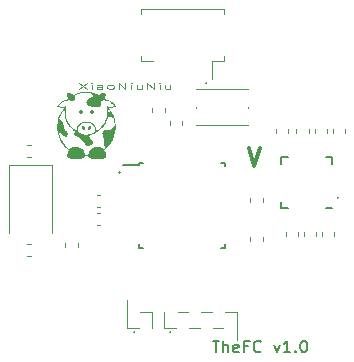
<source format=gbr>
%TF.GenerationSoftware,KiCad,Pcbnew,(5.99.0-2358-g6d8fb94d8)*%
%TF.CreationDate,2020-07-21T23:14:41+08:00*%
%TF.ProjectId,TheFC,54686546-432e-46b6-9963-61645f706362,1.0*%
%TF.SameCoordinates,Original*%
%TF.FileFunction,Legend,Top*%
%TF.FilePolarity,Positive*%
%FSLAX46Y46*%
G04 Gerber Fmt 4.6, Leading zero omitted, Abs format (unit mm)*
G04 Created by KiCad (PCBNEW (5.99.0-2358-g6d8fb94d8)) date 2020-07-21 23:14:41*
%MOMM*%
%LPD*%
G01*
G04 APERTURE LIST*
%ADD10C,0.300000*%
%ADD11C,0.120000*%
%ADD12C,0.150000*%
%ADD13C,0.125000*%
G04 APERTURE END LIST*
D10*
X120836000Y-71878571D02*
X121336000Y-73378571D01*
X121836000Y-71878571D01*
D11*
X117342711Y-66350000D02*
G75*
G03*
X117342711Y-66350000I-70711J0D01*
G01*
D12*
X117796380Y-88154380D02*
X118367809Y-88154380D01*
X118082095Y-89154380D02*
X118082095Y-88154380D01*
X118701142Y-89154380D02*
X118701142Y-88154380D01*
X119129714Y-89154380D02*
X119129714Y-88630571D01*
X119082095Y-88535333D01*
X118986857Y-88487714D01*
X118844000Y-88487714D01*
X118748761Y-88535333D01*
X118701142Y-88582952D01*
X119986857Y-89106761D02*
X119891619Y-89154380D01*
X119701142Y-89154380D01*
X119605904Y-89106761D01*
X119558285Y-89011523D01*
X119558285Y-88630571D01*
X119605904Y-88535333D01*
X119701142Y-88487714D01*
X119891619Y-88487714D01*
X119986857Y-88535333D01*
X120034476Y-88630571D01*
X120034476Y-88725809D01*
X119558285Y-88821047D01*
X120796380Y-88630571D02*
X120463047Y-88630571D01*
X120463047Y-89154380D02*
X120463047Y-88154380D01*
X120939238Y-88154380D01*
X121891619Y-89059142D02*
X121844000Y-89106761D01*
X121701142Y-89154380D01*
X121605904Y-89154380D01*
X121463047Y-89106761D01*
X121367809Y-89011523D01*
X121320190Y-88916285D01*
X121272571Y-88725809D01*
X121272571Y-88582952D01*
X121320190Y-88392476D01*
X121367809Y-88297238D01*
X121463047Y-88202000D01*
X121605904Y-88154380D01*
X121701142Y-88154380D01*
X121844000Y-88202000D01*
X121891619Y-88249619D01*
X122986857Y-88487714D02*
X123224952Y-89154380D01*
X123463047Y-88487714D01*
X124367809Y-89154380D02*
X123796380Y-89154380D01*
X124082095Y-89154380D02*
X124082095Y-88154380D01*
X123986857Y-88297238D01*
X123891619Y-88392476D01*
X123796380Y-88440095D01*
X124796380Y-89059142D02*
X124844000Y-89106761D01*
X124796380Y-89154380D01*
X124748761Y-89106761D01*
X124796380Y-89059142D01*
X124796380Y-89154380D01*
X125463047Y-88154380D02*
X125558285Y-88154380D01*
X125653523Y-88202000D01*
X125701142Y-88249619D01*
X125748761Y-88344857D01*
X125796380Y-88535333D01*
X125796380Y-88773428D01*
X125748761Y-88963904D01*
X125701142Y-89059142D01*
X125653523Y-89106761D01*
X125558285Y-89154380D01*
X125463047Y-89154380D01*
X125367809Y-89106761D01*
X125320190Y-89059142D01*
X125272571Y-88963904D01*
X125224952Y-88773428D01*
X125224952Y-88535333D01*
X125272571Y-88344857D01*
X125320190Y-88249619D01*
X125367809Y-88202000D01*
X125463047Y-88154380D01*
D11*
X114294711Y-87432000D02*
G75*
G03*
X114294711Y-87432000I-70711J0D01*
G01*
X111246711Y-87432000D02*
G75*
G03*
X111246711Y-87432000I-70711J0D01*
G01*
X128448001Y-76053000D02*
G75*
G03*
X128448001Y-76053000I-70711J0D01*
G01*
X109976711Y-73899290D02*
G75*
G03*
X109976711Y-73899290I-70711J0D01*
G01*
D13*
X106509238Y-66330190D02*
X107175904Y-66830190D01*
X107175904Y-66330190D02*
X106509238Y-66830190D01*
X107556857Y-66830190D02*
X107556857Y-66496857D01*
X107556857Y-66330190D02*
X107509238Y-66354000D01*
X107556857Y-66377809D01*
X107604476Y-66354000D01*
X107556857Y-66330190D01*
X107556857Y-66377809D01*
X108461619Y-66830190D02*
X108461619Y-66568285D01*
X108414000Y-66520666D01*
X108318761Y-66496857D01*
X108128285Y-66496857D01*
X108033047Y-66520666D01*
X108461619Y-66806380D02*
X108366380Y-66830190D01*
X108128285Y-66830190D01*
X108033047Y-66806380D01*
X107985428Y-66758761D01*
X107985428Y-66711142D01*
X108033047Y-66663523D01*
X108128285Y-66639714D01*
X108366380Y-66639714D01*
X108461619Y-66615904D01*
X109080666Y-66830190D02*
X108985428Y-66806380D01*
X108937809Y-66782571D01*
X108890190Y-66734952D01*
X108890190Y-66592095D01*
X108937809Y-66544476D01*
X108985428Y-66520666D01*
X109080666Y-66496857D01*
X109223523Y-66496857D01*
X109318761Y-66520666D01*
X109366380Y-66544476D01*
X109414000Y-66592095D01*
X109414000Y-66734952D01*
X109366380Y-66782571D01*
X109318761Y-66806380D01*
X109223523Y-66830190D01*
X109080666Y-66830190D01*
X109842571Y-66830190D02*
X109842571Y-66330190D01*
X110414000Y-66830190D01*
X110414000Y-66330190D01*
X110890190Y-66830190D02*
X110890190Y-66496857D01*
X110890190Y-66330190D02*
X110842571Y-66354000D01*
X110890190Y-66377809D01*
X110937809Y-66354000D01*
X110890190Y-66330190D01*
X110890190Y-66377809D01*
X111794952Y-66496857D02*
X111794952Y-66830190D01*
X111366380Y-66496857D02*
X111366380Y-66758761D01*
X111414000Y-66806380D01*
X111509238Y-66830190D01*
X111652095Y-66830190D01*
X111747333Y-66806380D01*
X111794952Y-66782571D01*
X112271142Y-66830190D02*
X112271142Y-66330190D01*
X112842571Y-66830190D01*
X112842571Y-66330190D01*
X113318761Y-66830190D02*
X113318761Y-66496857D01*
X113318761Y-66330190D02*
X113271142Y-66354000D01*
X113318761Y-66377809D01*
X113366380Y-66354000D01*
X113318761Y-66330190D01*
X113318761Y-66377809D01*
X114223523Y-66496857D02*
X114223523Y-66830190D01*
X113794952Y-66496857D02*
X113794952Y-66758761D01*
X113842571Y-66806380D01*
X113937809Y-66830190D01*
X114080666Y-66830190D01*
X114175904Y-66806380D01*
X114223523Y-66782571D01*
D11*
%TO.C,SW1*%
X116419375Y-68432000D02*
X116419375Y-68332000D01*
X120819375Y-66832000D02*
X116419375Y-66832000D01*
X116419375Y-69932000D02*
X120819375Y-69932000D01*
X120819375Y-68432000D02*
X120819375Y-68332000D01*
%TO.C,Y1*%
X100563990Y-73266500D02*
X100563990Y-79016500D01*
X104163990Y-73266500D02*
X100563990Y-73266500D01*
X104163990Y-79016500D02*
X104163990Y-73266500D01*
%TO.C,G\u002A\u002A\u002A*%
G36*
X107649919Y-68615855D02*
G01*
X107702875Y-68650339D01*
X107738735Y-68702000D01*
X107752502Y-68763955D01*
X107739176Y-68829321D01*
X107700631Y-68884638D01*
X107634215Y-68929517D01*
X107563831Y-68938209D01*
X107494457Y-68910111D01*
X107493841Y-68909681D01*
X107445210Y-68855328D01*
X107425457Y-68788142D01*
X107433863Y-68718901D01*
X107469713Y-68658383D01*
X107512723Y-68625945D01*
X107584869Y-68605429D01*
X107649919Y-68615855D01*
G37*
G36*
X106705124Y-68616670D02*
G01*
X106759958Y-68647811D01*
X106800311Y-68695784D01*
X106819052Y-68756077D01*
X106809051Y-68824176D01*
X106800362Y-68843577D01*
X106750344Y-68907412D01*
X106687757Y-68937763D01*
X106619355Y-68933557D01*
X106551896Y-68893719D01*
X106542311Y-68884638D01*
X106497342Y-68818195D01*
X106489173Y-68748153D01*
X106518136Y-68678667D01*
X106525057Y-68669367D01*
X106580543Y-68622935D01*
X106642942Y-68606874D01*
X106705124Y-68616670D01*
G37*
G36*
X107428670Y-69967925D02*
G01*
X107463091Y-69992140D01*
X107471881Y-70000705D01*
X107503101Y-70056288D01*
X107507317Y-70124636D01*
X107487269Y-70195055D01*
X107445697Y-70256852D01*
X107396737Y-70293971D01*
X107337828Y-70318220D01*
X107295498Y-70316768D01*
X107257743Y-70288778D01*
X107253265Y-70283945D01*
X107223789Y-70225663D01*
X107222669Y-70156243D01*
X107246888Y-70085773D01*
X107293425Y-70024343D01*
X107341165Y-69990267D01*
X107393008Y-69967699D01*
X107428670Y-69967925D01*
G37*
G36*
X106869624Y-69979630D02*
G01*
X106934702Y-70019702D01*
X106982602Y-70078498D01*
X107009945Y-70146628D01*
X107013354Y-70214704D01*
X106989451Y-70273336D01*
X106979413Y-70284821D01*
X106929451Y-70317338D01*
X106876148Y-70314918D01*
X106814709Y-70277271D01*
X106811660Y-70274731D01*
X106762879Y-70218106D01*
X106730280Y-70150030D01*
X106719459Y-70084346D01*
X106723774Y-70057321D01*
X106756264Y-70006877D01*
X106807431Y-69977929D01*
X106863806Y-69977649D01*
X106869624Y-69979630D01*
G37*
G36*
X104638165Y-69988021D02*
G01*
X104660802Y-69695913D01*
X104717087Y-69408113D01*
X104806682Y-69128211D01*
X104929250Y-68859798D01*
X105084451Y-68606467D01*
X105134630Y-68537506D01*
X105202580Y-68447536D01*
X105101324Y-68447256D01*
X105011219Y-68441623D01*
X104915565Y-68426712D01*
X104821736Y-68404797D01*
X104737107Y-68378154D01*
X104669050Y-68349058D01*
X104624938Y-68319785D01*
X104611777Y-68296190D01*
X104624435Y-68271957D01*
X104744364Y-68271957D01*
X104761651Y-68287063D01*
X104807356Y-68304244D01*
X104872242Y-68321414D01*
X104947075Y-68336485D01*
X105022619Y-68347369D01*
X105089638Y-68351979D01*
X105098513Y-68351999D01*
X105173102Y-68345301D01*
X105247284Y-68329628D01*
X105265244Y-68323873D01*
X105330929Y-68302001D01*
X105374158Y-68295335D01*
X105397611Y-68308211D01*
X105403965Y-68344962D01*
X105395899Y-68409924D01*
X105376750Y-68504359D01*
X105360907Y-68603495D01*
X105350128Y-68723171D01*
X105344560Y-68852694D01*
X105344350Y-68981371D01*
X105349642Y-69098508D01*
X105360584Y-69193411D01*
X105366912Y-69224121D01*
X105399966Y-69328010D01*
X105449933Y-69449357D01*
X105510843Y-69575433D01*
X105576725Y-69693506D01*
X105615601Y-69754392D01*
X105701993Y-69868613D01*
X105810944Y-69992761D01*
X105932849Y-70116748D01*
X106058105Y-70230485D01*
X106108123Y-70271751D01*
X106250181Y-70385145D01*
X106258987Y-70315467D01*
X106373226Y-70315467D01*
X106375318Y-70389695D01*
X106384085Y-70442211D01*
X106385179Y-70445272D01*
X106410322Y-70472030D01*
X106464502Y-70507090D01*
X106540651Y-70547281D01*
X106631701Y-70589432D01*
X106730586Y-70630374D01*
X106830238Y-70666936D01*
X106923589Y-70695947D01*
X106969942Y-70707594D01*
X107065281Y-70717719D01*
X107181146Y-70712644D01*
X107303754Y-70693228D01*
X107340999Y-70684427D01*
X107425089Y-70659022D01*
X107520981Y-70624135D01*
X107618133Y-70584233D01*
X107706006Y-70543780D01*
X107774060Y-70507243D01*
X107799656Y-70490101D01*
X107834563Y-70441348D01*
X107853038Y-70368004D01*
X107855470Y-70279421D01*
X107842245Y-70184952D01*
X107813751Y-70093949D01*
X107780618Y-70030532D01*
X107682414Y-69912928D01*
X107561305Y-69820650D01*
X107422906Y-69754090D01*
X107272831Y-69713641D01*
X107116693Y-69699694D01*
X106960107Y-69712643D01*
X106808688Y-69752878D01*
X106668050Y-69820792D01*
X106543806Y-69916777D01*
X106518582Y-69942392D01*
X106467555Y-70002215D01*
X106424382Y-70062117D01*
X106400575Y-70104674D01*
X106386498Y-70158741D01*
X106377167Y-70233744D01*
X106373226Y-70315467D01*
X106258987Y-70315467D01*
X106263971Y-70276035D01*
X106281025Y-70192207D01*
X106308614Y-70103571D01*
X106323832Y-70066292D01*
X106407128Y-69927830D01*
X106520307Y-69811638D01*
X106664035Y-69717147D01*
X106800986Y-69656966D01*
X106912259Y-69629012D01*
X107044546Y-69615142D01*
X107183692Y-69615359D01*
X107315543Y-69629661D01*
X107423015Y-69656966D01*
X107585300Y-69731964D01*
X107721967Y-69828015D01*
X107830404Y-69942157D01*
X107907998Y-70071425D01*
X107952135Y-70212853D01*
X107959266Y-70265443D01*
X107966697Y-70325470D01*
X107975614Y-70366796D01*
X107982808Y-70379527D01*
X108001617Y-70368056D01*
X108043253Y-70336780D01*
X108101659Y-70290407D01*
X108170778Y-70233645D01*
X108174417Y-70230610D01*
X108373970Y-70045146D01*
X108543929Y-69847498D01*
X108682228Y-69640756D01*
X108786805Y-69428014D01*
X108855593Y-69212363D01*
X108856284Y-69209373D01*
X108867560Y-69131766D01*
X108873634Y-69027079D01*
X108874670Y-68905733D01*
X108870833Y-68778149D01*
X108862288Y-68654746D01*
X108849200Y-68545945D01*
X108845426Y-68523300D01*
X108828121Y-68421718D01*
X108820444Y-68352890D01*
X108824929Y-68312360D01*
X108844107Y-68295670D01*
X108880512Y-68298363D01*
X108936677Y-68315983D01*
X108958756Y-68323873D01*
X109027182Y-68341300D01*
X109104672Y-68351214D01*
X109125487Y-68351999D01*
X109190398Y-68348527D01*
X109265240Y-68338464D01*
X109340778Y-68323896D01*
X109407774Y-68306911D01*
X109456995Y-68289597D01*
X109479205Y-68274040D01*
X109479636Y-68271957D01*
X109465336Y-68245508D01*
X109426758Y-68202754D01*
X109370384Y-68149498D01*
X109302697Y-68091545D01*
X109230179Y-68034698D01*
X109159313Y-67984762D01*
X109157638Y-67983665D01*
X108983334Y-67889284D01*
X108798502Y-67828752D01*
X108665169Y-67805677D01*
X108584072Y-67798002D01*
X108530168Y-67798720D01*
X108493597Y-67808333D01*
X108481160Y-67815065D01*
X108434807Y-67835618D01*
X108402920Y-67841421D01*
X108385677Y-67845004D01*
X108374279Y-67860427D01*
X108366974Y-67894700D01*
X108362011Y-67954836D01*
X108358932Y-68017444D01*
X108348960Y-68134737D01*
X108328642Y-68221941D01*
X108294699Y-68286183D01*
X108243850Y-68334591D01*
X108201113Y-68360454D01*
X108109885Y-68392080D01*
X107995709Y-68406869D01*
X107865898Y-68406317D01*
X107727766Y-68391920D01*
X107588627Y-68365173D01*
X107455792Y-68327573D01*
X107336576Y-68280614D01*
X107238292Y-68225793D01*
X107168253Y-68164606D01*
X107154618Y-68146413D01*
X107118355Y-68059142D01*
X107112724Y-67960253D01*
X107136204Y-67858161D01*
X107187275Y-67761285D01*
X107234254Y-67705392D01*
X107276673Y-67674410D01*
X107342056Y-67639206D01*
X107417187Y-67606791D01*
X107426820Y-67603206D01*
X107537298Y-67558414D01*
X107611824Y-67515837D01*
X107651911Y-67472079D01*
X107659072Y-67423740D01*
X107634819Y-67367423D01*
X107580664Y-67299728D01*
X107567931Y-67286149D01*
X107474569Y-67188279D01*
X107188972Y-67181313D01*
X106904971Y-67186797D01*
X106647167Y-67218014D01*
X106413626Y-67275328D01*
X106202413Y-67359101D01*
X106178559Y-67370907D01*
X106134602Y-67395022D01*
X106119371Y-67413238D01*
X106127286Y-67435724D01*
X106135942Y-67448560D01*
X106161238Y-67514962D01*
X106160838Y-67595375D01*
X106137100Y-67678357D01*
X106092387Y-67752466D01*
X106067946Y-67778169D01*
X105993924Y-67823100D01*
X105902407Y-67846458D01*
X105809347Y-67844464D01*
X105798014Y-67842156D01*
X105746746Y-67827363D01*
X105711867Y-67811731D01*
X105707718Y-67808474D01*
X105678378Y-67800523D01*
X105621661Y-67800972D01*
X105546824Y-67808576D01*
X105463124Y-67822089D01*
X105379817Y-67840264D01*
X105306161Y-67861857D01*
X105303126Y-67862923D01*
X105227298Y-67895045D01*
X105140466Y-67939532D01*
X105066363Y-67983665D01*
X104995620Y-68033357D01*
X104923064Y-68090103D01*
X104855180Y-68148099D01*
X104798448Y-68201541D01*
X104759352Y-68244624D01*
X104744373Y-68271546D01*
X104744364Y-68271957D01*
X104624435Y-68271957D01*
X104624884Y-68271098D01*
X104660728Y-68226408D01*
X104714087Y-68168086D01*
X104779741Y-68102100D01*
X104791414Y-68090869D01*
X104881924Y-68007332D01*
X104958960Y-67944378D01*
X105033746Y-67893864D01*
X105117501Y-67847648D01*
X105146560Y-67833156D01*
X105251885Y-67787083D01*
X105356989Y-67750853D01*
X105453689Y-67726512D01*
X105533798Y-67716104D01*
X105589132Y-67721673D01*
X105590668Y-67722239D01*
X105612104Y-67724171D01*
X105612653Y-67716587D01*
X105600899Y-67692273D01*
X105577213Y-67643575D01*
X105546293Y-67580148D01*
X105539930Y-67567109D01*
X105485993Y-67428745D01*
X105467608Y-67327451D01*
X105464667Y-67265118D01*
X105469832Y-67228114D01*
X105486915Y-67204132D01*
X105511337Y-67186304D01*
X105545905Y-67167660D01*
X105581618Y-67161718D01*
X105632499Y-67167455D01*
X105669744Y-67174743D01*
X105741827Y-67194930D01*
X105828429Y-67226622D01*
X105910917Y-67262992D01*
X105911631Y-67263343D01*
X106046609Y-67329763D01*
X106168704Y-67274402D01*
X106418636Y-67180851D01*
X106684180Y-67117894D01*
X106959114Y-67085539D01*
X107237217Y-67083795D01*
X107512266Y-67112672D01*
X107778039Y-67172179D01*
X108028313Y-67262323D01*
X108049297Y-67271682D01*
X108165393Y-67324322D01*
X108287429Y-67261458D01*
X108407845Y-67207798D01*
X108515391Y-67176328D01*
X108606067Y-67167338D01*
X108675874Y-67181117D01*
X108720812Y-67217956D01*
X108727144Y-67229576D01*
X108737249Y-67288510D01*
X108728165Y-67370603D01*
X108701710Y-67467491D01*
X108659700Y-67570810D01*
X108647728Y-67595194D01*
X108618551Y-67661831D01*
X108608338Y-67707204D01*
X108617221Y-67727481D01*
X108643443Y-67720026D01*
X108681785Y-67713718D01*
X108746357Y-67721208D01*
X108829011Y-67740370D01*
X108921603Y-67769084D01*
X109015987Y-67805224D01*
X109077441Y-67833156D01*
X109166168Y-67879682D01*
X109242500Y-67928021D01*
X109317660Y-67986316D01*
X109402869Y-68062710D01*
X109432586Y-68090869D01*
X109499770Y-68157548D01*
X109555521Y-68217548D01*
X109594620Y-68264903D01*
X109611846Y-68293646D01*
X109612224Y-68296190D01*
X109594630Y-68323698D01*
X109546787Y-68353050D01*
X109476097Y-68381952D01*
X109389968Y-68408111D01*
X109295802Y-68429230D01*
X109201007Y-68443015D01*
X109124711Y-68447256D01*
X109025491Y-68447536D01*
X109127811Y-68590141D01*
X109288590Y-68846586D01*
X109416786Y-69122292D01*
X109512295Y-69417018D01*
X109539625Y-69532223D01*
X109565620Y-69694914D01*
X109580235Y-69879570D01*
X109583497Y-70073687D01*
X109575433Y-70264765D01*
X109556070Y-70440298D01*
X109537441Y-70540127D01*
X109450809Y-70843299D01*
X109332771Y-71125464D01*
X109182777Y-71387588D01*
X109000277Y-71630640D01*
X108796247Y-71844798D01*
X108623777Y-72007153D01*
X108663155Y-72062454D01*
X108730906Y-72185118D01*
X108775881Y-72325334D01*
X108790741Y-72425165D01*
X108792102Y-72518976D01*
X108776745Y-72586310D01*
X108739837Y-72636660D01*
X108676544Y-72679517D01*
X108655699Y-72690340D01*
X108624056Y-72705460D01*
X108593682Y-72717059D01*
X108559023Y-72725695D01*
X108514522Y-72731922D01*
X108454623Y-72736296D01*
X108373771Y-72739374D01*
X108266411Y-72741710D01*
X108126986Y-72743860D01*
X108119582Y-72743965D01*
X107918880Y-72745114D01*
X107752410Y-72741848D01*
X107616698Y-72733433D01*
X107508272Y-72719137D01*
X107423660Y-72698226D01*
X107359390Y-72669967D01*
X107311989Y-72633626D01*
X107277985Y-72588470D01*
X107265456Y-72563569D01*
X107248558Y-72530193D01*
X107228340Y-72512780D01*
X107193548Y-72506773D01*
X107132928Y-72507618D01*
X107127713Y-72507805D01*
X107064522Y-72511509D01*
X107027324Y-72520635D01*
X107004234Y-72540932D01*
X106983727Y-72577414D01*
X106934610Y-72639957D01*
X106855713Y-72687653D01*
X106744153Y-72722120D01*
X106715365Y-72728008D01*
X106653938Y-72735402D01*
X106563350Y-72740792D01*
X106450991Y-72744243D01*
X106324252Y-72745819D01*
X106190521Y-72745585D01*
X106057191Y-72743606D01*
X105931651Y-72739946D01*
X105821291Y-72734669D01*
X105733502Y-72727841D01*
X105675674Y-72719525D01*
X105673005Y-72718905D01*
X105576102Y-72684288D01*
X105511359Y-72632676D01*
X105475220Y-72559702D01*
X105464125Y-72462275D01*
X105475775Y-72346472D01*
X105507407Y-72227460D01*
X105554047Y-72121821D01*
X105577345Y-72084825D01*
X105617947Y-72027805D01*
X105392695Y-71805045D01*
X105230132Y-71633570D01*
X105095357Y-71466388D01*
X104981036Y-71293600D01*
X104890858Y-71127700D01*
X104775523Y-70854275D01*
X104695188Y-70570793D01*
X104673793Y-70434967D01*
X104751329Y-70434967D01*
X104755702Y-70466881D01*
X104767726Y-70523076D01*
X104785181Y-70597349D01*
X104864428Y-70855249D01*
X104976263Y-71108461D01*
X105116488Y-71350176D01*
X105280903Y-71573583D01*
X105465308Y-71771873D01*
X105563244Y-71859096D01*
X105673492Y-71950845D01*
X105767817Y-71883079D01*
X105917798Y-71797108D01*
X106076006Y-71746271D01*
X106237715Y-71730191D01*
X106398202Y-71748491D01*
X106552740Y-71800792D01*
X106696606Y-71886719D01*
X106786156Y-71964392D01*
X106871995Y-72067457D01*
X106939924Y-72183544D01*
X106983418Y-72300487D01*
X106993351Y-72350679D01*
X107003342Y-72425165D01*
X107123604Y-72425165D01*
X107189139Y-72424204D01*
X107226340Y-72418807D01*
X107244750Y-72405203D01*
X107253912Y-72379619D01*
X107255399Y-72373077D01*
X107296469Y-72228921D01*
X107352695Y-72110237D01*
X107430316Y-72005678D01*
X107492048Y-71942852D01*
X107623142Y-71844174D01*
X107770807Y-71774811D01*
X107927722Y-71737004D01*
X108086567Y-71732992D01*
X108150076Y-71741548D01*
X108233528Y-71762672D01*
X108322524Y-71794428D01*
X108406220Y-71831991D01*
X108473773Y-71870538D01*
X108512358Y-71902739D01*
X108542948Y-71927746D01*
X108576862Y-71925104D01*
X108622921Y-71893511D01*
X108632812Y-71884975D01*
X108666451Y-71851291D01*
X108674036Y-71825495D01*
X108661524Y-71795603D01*
X108650706Y-71756847D01*
X108641087Y-71682134D01*
X108632849Y-71573375D01*
X108626169Y-71432479D01*
X108625422Y-71411816D01*
X108620882Y-71289270D01*
X108616212Y-71196277D01*
X108610117Y-71124526D01*
X108601301Y-71065708D01*
X108588472Y-71011511D01*
X108570333Y-70953625D01*
X108545591Y-70883738D01*
X108541335Y-70871995D01*
X108499769Y-70746363D01*
X108475846Y-70645484D01*
X108467737Y-70562689D01*
X108468888Y-70497702D01*
X108477904Y-70456195D01*
X108499923Y-70423863D01*
X108526837Y-70398123D01*
X108583993Y-70356636D01*
X108651508Y-70328509D01*
X108737229Y-70311796D01*
X108849002Y-70304555D01*
X108907277Y-70303868D01*
X109009973Y-70300458D01*
X109092596Y-70291030D01*
X109144040Y-70277510D01*
X109183779Y-70252379D01*
X109239604Y-70206845D01*
X109302308Y-70148706D01*
X109334164Y-70116510D01*
X109391130Y-70059127D01*
X109439747Y-70013905D01*
X109473377Y-69986822D01*
X109483761Y-69981764D01*
X109493784Y-69964307D01*
X109497440Y-69916587D01*
X109495312Y-69845580D01*
X109487982Y-69758262D01*
X109476034Y-69661608D01*
X109460051Y-69562595D01*
X109440933Y-69469553D01*
X109422550Y-69392359D01*
X109406991Y-69330391D01*
X109396394Y-69291992D01*
X109393297Y-69283724D01*
X109373132Y-69277544D01*
X109325090Y-69267209D01*
X109258669Y-69254724D01*
X109242829Y-69251940D01*
X109165924Y-69235585D01*
X109098020Y-69215889D01*
X109052700Y-69196852D01*
X109049896Y-69195115D01*
X109025492Y-69176847D01*
X109011758Y-69155496D01*
X109006506Y-69121346D01*
X109007548Y-69064680D01*
X109010121Y-69018547D01*
X109025112Y-68897447D01*
X109054764Y-68804418D01*
X109061116Y-68791374D01*
X109083776Y-68736922D01*
X109093197Y-68692242D01*
X109091643Y-68678250D01*
X109074097Y-68646097D01*
X109043566Y-68600671D01*
X109007801Y-68552301D01*
X108974555Y-68511317D01*
X108951581Y-68488051D01*
X108947379Y-68486004D01*
X108943807Y-68502476D01*
X108946714Y-68545480D01*
X108952197Y-68584859D01*
X108964604Y-68691143D01*
X108971311Y-68814842D01*
X108972479Y-68945289D01*
X108968269Y-69071820D01*
X108958842Y-69183766D01*
X108944359Y-69270463D01*
X108941675Y-69280944D01*
X108860264Y-69509021D01*
X108743216Y-69731198D01*
X108592628Y-69944955D01*
X108410593Y-70147777D01*
X108199206Y-70337145D01*
X107960563Y-70510544D01*
X107871901Y-70566439D01*
X107797832Y-70608336D01*
X107711597Y-70652345D01*
X107621529Y-70694765D01*
X107535956Y-70731894D01*
X107463212Y-70760029D01*
X107411625Y-70775469D01*
X107397394Y-70777290D01*
X107373793Y-70793096D01*
X107351395Y-70829760D01*
X107339576Y-70871146D01*
X107339293Y-70877285D01*
X107351273Y-70902106D01*
X107383510Y-70947244D01*
X107430455Y-71005283D01*
X107464307Y-71044265D01*
X107544567Y-71139611D01*
X107598602Y-71217657D01*
X107629898Y-71284604D01*
X107641938Y-71346654D01*
X107642351Y-71361054D01*
X107624690Y-71436493D01*
X107576663Y-71505776D01*
X107505698Y-71565270D01*
X107419228Y-71611346D01*
X107324683Y-71640372D01*
X107229493Y-71648717D01*
X107141089Y-71632751D01*
X107112039Y-71620188D01*
X107046153Y-71569318D01*
X106987232Y-71493669D01*
X106945247Y-71406227D01*
X106943364Y-71400513D01*
X106903768Y-71305278D01*
X106846628Y-71217969D01*
X106768069Y-71135049D01*
X106664213Y-71052976D01*
X106531186Y-70968212D01*
X106377352Y-70883581D01*
X106250430Y-70813765D01*
X106158191Y-70754623D01*
X106099285Y-70705132D01*
X106072365Y-70664270D01*
X106070240Y-70650981D01*
X106080529Y-70601633D01*
X106105745Y-70544271D01*
X106137415Y-70495689D01*
X106158436Y-70476167D01*
X106182658Y-70458359D01*
X106174028Y-70444118D01*
X106159826Y-70435194D01*
X106073007Y-70374334D01*
X105971625Y-70288970D01*
X105862403Y-70185934D01*
X105752063Y-70072058D01*
X105647326Y-69954176D01*
X105554915Y-69839121D01*
X105504862Y-69769413D01*
X105451766Y-69679208D01*
X105396588Y-69565573D01*
X105345126Y-69442136D01*
X105303174Y-69322521D01*
X105281757Y-69244895D01*
X105268385Y-69161147D01*
X105259452Y-69051757D01*
X105255123Y-68928724D01*
X105255560Y-68804047D01*
X105260927Y-68689724D01*
X105271387Y-68597755D01*
X105272841Y-68589598D01*
X105282507Y-68532814D01*
X105284845Y-68498208D01*
X105277604Y-68487407D01*
X105258530Y-68502041D01*
X105225370Y-68543736D01*
X105175872Y-68614119D01*
X105115558Y-68703241D01*
X105016147Y-68861038D01*
X104937255Y-69010304D01*
X104870513Y-69167012D01*
X104865103Y-69181265D01*
X104836427Y-69262556D01*
X104824138Y-69317528D01*
X104829091Y-69354415D01*
X104852142Y-69381449D01*
X104888218Y-69403703D01*
X104962549Y-69456187D01*
X105034442Y-69528086D01*
X105094325Y-69607974D01*
X105132625Y-69684427D01*
X105137637Y-69701382D01*
X105149388Y-69758654D01*
X105162986Y-69838761D01*
X105175967Y-69926901D01*
X105179225Y-69951533D01*
X105192421Y-70036939D01*
X105208536Y-70116232D01*
X105224684Y-70175776D01*
X105229331Y-70188297D01*
X105272325Y-70264444D01*
X105328249Y-70326667D01*
X105387400Y-70364747D01*
X105401133Y-70369192D01*
X105447332Y-70398716D01*
X105482539Y-70455435D01*
X105506134Y-70530342D01*
X105517498Y-70614429D01*
X105516012Y-70698687D01*
X105501058Y-70774108D01*
X105472017Y-70831685D01*
X105434865Y-70860229D01*
X105384429Y-70871374D01*
X105330246Y-70865001D01*
X105268276Y-70838853D01*
X105194479Y-70790673D01*
X105104816Y-70718204D01*
X104995245Y-70619189D01*
X104983234Y-70607926D01*
X104910457Y-70540622D01*
X104846680Y-70483754D01*
X104797252Y-70441930D01*
X104767517Y-70419755D01*
X104762129Y-70417409D01*
X104753755Y-70420691D01*
X104751329Y-70434967D01*
X104673793Y-70434967D01*
X104649515Y-70280845D01*
X104638165Y-69988021D01*
G37*
%TO.C,J13*%
X115704000Y-85721000D02*
X114824000Y-85721000D01*
X117704000Y-85721000D02*
X116824000Y-85721000D01*
X119704000Y-85721000D02*
X118824000Y-85721000D01*
X119824000Y-85721000D02*
X118824000Y-85721000D01*
X113704000Y-85721000D02*
X113704000Y-85721000D01*
X119824000Y-87111000D02*
X119824000Y-87111000D01*
X119824000Y-87111000D02*
X119824000Y-88106000D01*
X114704000Y-87111000D02*
X113704000Y-87111000D01*
X116704000Y-87111000D02*
X115824000Y-87111000D01*
X118704000Y-87111000D02*
X117824000Y-87111000D01*
X113704000Y-85721000D02*
X113704000Y-87111000D01*
X119824000Y-85721000D02*
X119824000Y-87111000D01*
%TO.C,J3*%
X110666400Y-87111000D02*
X111546400Y-87111000D01*
X110546400Y-87111000D02*
X111546400Y-87111000D01*
X112666400Y-87111000D02*
X112666400Y-87111000D01*
X110546400Y-85721000D02*
X110546400Y-85721000D01*
X110546400Y-85721000D02*
X110546400Y-84726000D01*
X111666400Y-85721000D02*
X112666400Y-85721000D01*
X112666400Y-87111000D02*
X112666400Y-85721000D01*
X110546400Y-87111000D02*
X110546400Y-85721000D01*
%TO.C,J12*%
X111755000Y-60084000D02*
X111755000Y-60534000D01*
X118725000Y-60084000D02*
X111755000Y-60084000D01*
X118725000Y-60534000D02*
X118725000Y-60084000D01*
X111755000Y-64504000D02*
X112705000Y-64504000D01*
X111755000Y-64054000D02*
X111755000Y-64504000D01*
X117775000Y-64504000D02*
X117775000Y-65994000D01*
X118725000Y-64504000D02*
X117775000Y-64504000D01*
X118725000Y-64054000D02*
X118725000Y-64504000D01*
D12*
%TO.C,U4*%
X123616290Y-76944500D02*
X123616290Y-76419500D01*
X127916290Y-72644500D02*
X127916290Y-73169500D01*
X123616290Y-72644500D02*
X123616290Y-73169500D01*
X127916290Y-76944500D02*
X127391290Y-76944500D01*
X127916290Y-72644500D02*
X127391290Y-72644500D01*
X123616290Y-72644500D02*
X124141290Y-72644500D01*
X123616290Y-76944500D02*
X124141290Y-76944500D01*
%TO.C,U3*%
X111593375Y-73072500D02*
X111593375Y-73297500D01*
X118843375Y-73072500D02*
X118843375Y-73397500D01*
X118843375Y-80322500D02*
X118843375Y-79997500D01*
X111593375Y-80322500D02*
X111593375Y-79997500D01*
X111593375Y-73072500D02*
X111918375Y-73072500D01*
X111593375Y-80322500D02*
X111918375Y-80322500D01*
X118843375Y-80322500D02*
X118518375Y-80322500D01*
X118843375Y-73072500D02*
X118518375Y-73072500D01*
X111593375Y-73297500D02*
X110168375Y-73297500D01*
D11*
%TO.C,R5*%
X113718000Y-68473221D02*
X113718000Y-68798779D01*
X112698000Y-68473221D02*
X112698000Y-68798779D01*
%TO.C,R4*%
X125524290Y-79289279D02*
X125524290Y-78963721D01*
X126544290Y-79289279D02*
X126544290Y-78963721D01*
%TO.C,R3*%
X106352000Y-79903221D02*
X106352000Y-80228779D01*
X105332000Y-79903221D02*
X105332000Y-80228779D01*
%TO.C,R2*%
X126428000Y-70576779D02*
X126428000Y-70251221D01*
X127448000Y-70576779D02*
X127448000Y-70251221D01*
%TO.C,R1*%
X127048290Y-79289279D02*
X127048290Y-78963721D01*
X128068290Y-79289279D02*
X128068290Y-78963721D01*
%TO.C,C15*%
X125020290Y-78963721D02*
X125020290Y-79289279D01*
X124000290Y-78963721D02*
X124000290Y-79289279D01*
%TO.C,C14*%
X124890000Y-70576779D02*
X124890000Y-70251221D01*
X125910000Y-70576779D02*
X125910000Y-70251221D01*
%TO.C,C13*%
X120998625Y-76406029D02*
X120998625Y-76080471D01*
X122018625Y-76406029D02*
X122018625Y-76080471D01*
%TO.C,C12*%
X115221375Y-69586971D02*
X115221375Y-69912529D01*
X114201375Y-69586971D02*
X114201375Y-69912529D01*
%TO.C,C11*%
X127952000Y-70576779D02*
X127952000Y-70251221D01*
X128972000Y-70576779D02*
X128972000Y-70251221D01*
%TO.C,C8*%
X122018625Y-79382471D02*
X122018625Y-79708029D01*
X120998625Y-79382471D02*
X120998625Y-79708029D01*
%TO.C,C5*%
X108290779Y-78376000D02*
X107965221Y-78376000D01*
X108290779Y-77356000D02*
X107965221Y-77356000D01*
%TO.C,C4*%
X123131711Y-70576779D02*
X123131711Y-70251221D01*
X124151711Y-70576779D02*
X124151711Y-70251221D01*
%TO.C,C3*%
X102401269Y-80971750D02*
X102075711Y-80971750D01*
X102401269Y-79951750D02*
X102075711Y-79951750D01*
%TO.C,C2*%
X108290779Y-76852000D02*
X107965221Y-76852000D01*
X108290779Y-75832000D02*
X107965221Y-75832000D01*
%TO.C,C1*%
X102401269Y-72589750D02*
X102075711Y-72589750D01*
X102401269Y-71569750D02*
X102075711Y-71569750D01*
%TD*%
M02*

</source>
